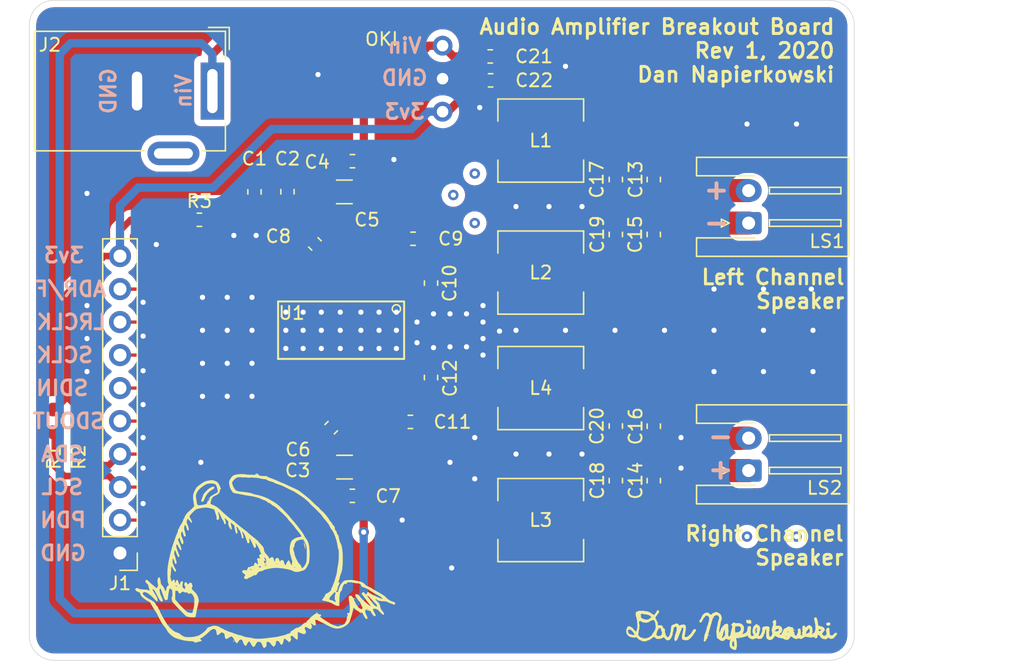
<source format=kicad_pcb>
(kicad_pcb (version 20171130) (host pcbnew "(5.1.4)-1")
  (layers (0 F.Cu signal) (31 B.Cu signal) (34 B.Paste user) (35 F.Paste user) (36 B.SilkS user) (37 F.SilkS user) (38 B.Mask user) (39 F.Mask user) (44 Edge.Cuts user))
  (net 0 "")
  (net 1 GND)
  (net 2 +3V3)
  (net 3 +12V)
  (net 4 "Net-(C6-Pad1)")
  (net 5 "Net-(C8-Pad1)")
  (net 6 "Net-(C9-Pad2)")
  (net 7 "Net-(C9-Pad1)")
  (net 8 "Net-(C10-Pad2)")
  (net 9 "Net-(C10-Pad1)")
  (net 10 "Net-(C11-Pad2)")
  (net 11 "Net-(C11-Pad1)")
  (net 12 "Net-(C12-Pad2)")
  (net 13 "Net-(C12-Pad1)")
  (net 14 "Net-(C13-Pad1)")
  (net 15 "Net-(C14-Pad1)")
  (net 16 "Net-(C15-Pad1)")
  (net 17 "Net-(C16-Pad1)")
  (net 18 ADR_Fault)
  (net 19 I2S_LRCLK)
  (net 20 I2S_SCLK)
  (net 21 I2S_SDIN)
  (net 22 I2S_SDOUT)
  (net 23 I2C_SDA)
  (net 24 I2C_SCL)
  (net 25 PDN)
  (module Capacitor_SMD:C_1206_3216Metric_Pad1.42x1.75mm_HandSolder (layer F.Cu) (at 154.4304 87.7697 180)
    (fp_text reference C5 (at -1.7415 -2.1463) (layer F.SilkS))
    (fp_text value 22uF)
    (pad 2 smd roundrect (at 1.4875 0 180) (size 1.425 1.75) (layers F.Cu F.Paste F.Mask) (roundrect_rratio 0.175439) (net 1 GND))
    (pad 1 smd roundrect (at -1.4875 0 180) (size 1.425 1.75) (layers F.Cu F.Paste F.Mask) (roundrect_rratio 0.175439) (net 3 +12V))
  )
  (module Capacitor_SMD:C_1206_3216Metric_Pad1.42x1.75mm_HandSolder (layer F.Cu) (at 154.4431 108.9533 180)
    (fp_text reference C3 (at 3.6052 -0.254) (layer F.SilkS))
    (fp_text value 22uF)
    (pad 2 smd roundrect (at 1.4875 0 180) (size 1.425 1.75) (layers F.Cu F.Paste F.Mask) (roundrect_rratio 0.175439) (net 1 GND))
    (pad 1 smd roundrect (at -1.4875 0 180) (size 1.425 1.75) (layers F.Cu F.Paste F.Mask) (roundrect_rratio 0.175439) (net 3 +12V))
  )
  (module Connector_BarrelJack:BarrelJack_Wuerth_6941xx301002 (layer F.Cu) (at 144.272 80.01 270)
    (fp_text reference J2 (at -3.556 12.5095 180) (layer F.SilkS))
    (fp_text value "Power Input")
    (pad 1 thru_hole rect (at 0 0 270) (size 4.4 1.8) (drill oval 3.4 0.8) (layers *.Cu *.Mask) (net 3 +12V))
    (pad 2 thru_hole oval (at 0 5.8 270) (size 4 1.8) (drill oval 3 0.8) (layers *.Cu *.Mask) (net 1 GND))
    (pad 3 thru_hole oval (at 4.8 3) (size 4 1.8) (drill oval 3 0.8) (layers *.Cu *.Mask))
  )
  (module MRDT_Devices:OKI_Horizontal (layer F.Cu) (at 161.9885 76.5175 270)
    (fp_text reference U2 hide)
    (fp_text value OKI (at -0.508 4.699 180) (layer F.SilkS))
    (pad 3 thru_hole circle (at 5.08 0 270) (size 1.524 1.524) (drill 0.889) (layers *.Cu *.Mask) (net 2 +3V3))
    (pad 2 thru_hole circle (at 2.54 0 270) (size 1.524 1.524) (drill 0.889) (layers *.Cu *.Mask) (net 1 GND))
    (pad 1 thru_hole circle (at 0 0 270) (size 1.524 1.524) (drill 0.889) (layers *.Cu *.Mask) (net 3 +12V))
  )
  (module Capacitor_SMD:C_0603_1608Metric_Pad1.05x0.95mm_HandSolder (layer F.Cu) (at 165.6855 79.1845)
    (fp_text reference C22 (at 3.3515 0) (layer F.SilkS))
    (fp_text value 10uF)
    (pad 2 smd roundrect (at 0.875 0) (size 1.05 0.95) (layers F.Cu F.Paste F.Mask) (net 1 GND))
    (pad 1 smd roundrect (at -0.875 0) (size 1.05 0.95) (layers F.Cu F.Paste F.Mask) (net 2 +3V3))
  )
  (module Capacitor_SMD:C_0603_1608Metric_Pad1.05x0.95mm_HandSolder (layer F.Cu) (at 165.6575 77.343)
    (fp_text reference C21 (at 3.3655 0) (layer F.SilkS))
    (fp_text value 10uF)
    (pad 2 smd roundrect (at 0.875 0) (size 1.05 0.95) (layers F.Cu F.Paste F.Mask) (net 1 GND))
    (pad 1 smd roundrect (at -0.875 0) (size 1.05 0.95) (layers F.Cu F.Paste F.Mask) (net 3 +12V))
  )
  (module ESP8266:Signature (layer F.Cu) (at 184.15 121.412)
    (fp_text reference G*** hide)
    (fp_text value LOGO hide)
  )
  (module ESP8266:lizard_logo (layer F.Cu) (at 148.1455 114.554 180)
    (fp_text reference G*** hide)
    (fp_text value LOGO hide)
  )
  (module TAS5806M:TAS5806M (layer F.Cu) (at 154.178 98.425 270)
    (fp_text reference U1 (at -1.3335 3.81 180) (layer F.SilkS))
    (fp_text value TAS5806M)
    (pad 39 smd rect (at 0 0 270) (size 2.9 4.7) (layers F.Cu F.Paste F.Mask) (net 1 GND))
    (pad 38 smd rect (at 2.85 -4.5 270) (size 1.1 0.285) (layers F.Cu F.Paste F.Mask) (net 12 "Net-(C12-Pad2)"))
    (pad 37 smd rect (at 2.85 -4 270) (size 1.1 0.285) (layers F.Cu F.Paste F.Mask) (net 13 "Net-(C12-Pad1)"))
    (pad 36 smd rect (at 2.85 -3.5 270) (size 1.1 0.285) (layers F.Cu F.Paste F.Mask) (net 1 GND))
    (pad 35 smd rect (at 2.85 -3 270) (size 1.1 0.285) (layers F.Cu F.Paste F.Mask) (net 10 "Net-(C11-Pad2)"))
    (pad 34 smd rect (at 2.85 -2.5 270) (size 1.1 0.285) (layers F.Cu F.Paste F.Mask) (net 11 "Net-(C11-Pad1)"))
    (pad 33 smd rect (at 2.85 -2 270) (size 1.1 0.285) (layers F.Cu F.Paste F.Mask) (net 3 +12V))
    (pad 32 smd rect (at 2.85 -1.5 270) (size 1.1 0.285) (layers F.Cu F.Paste F.Mask) (net 3 +12V))
    (pad 31 smd rect (at 2.85 -1 270) (size 1.1 0.285) (layers F.Cu F.Paste F.Mask) (net 1 GND))
    (pad 30 smd rect (at 2.85 -0.5 270) (size 1.1 0.285) (layers F.Cu F.Paste F.Mask) (net 4 "Net-(C6-Pad1)"))
    (pad 29 smd rect (at 2.85 0 270) (size 1.1 0.285) (layers F.Cu F.Paste F.Mask) (net 25 PDN))
    (pad 28 smd rect (at 2.85 0.5 270) (size 1.1 0.285) (layers F.Cu F.Paste F.Mask) (net 24 I2C_SCL))
    (pad 27 smd rect (at 2.85 1 270) (size 1.1 0.285) (layers F.Cu F.Paste F.Mask) (net 23 I2C_SDA))
    (pad 26 smd rect (at 2.85 1.5 270) (size 1.1 0.285) (layers F.Cu F.Paste F.Mask) (net 22 I2S_SDOUT))
    (pad 25 smd rect (at 2.85 2 270) (size 1.1 0.285) (layers F.Cu F.Paste F.Mask) (net 1 GND))
    (pad 24 smd rect (at 2.85 2.5 270) (size 1.1 0.285) (layers F.Cu F.Paste F.Mask) (net 1 GND))
    (pad 23 smd rect (at 2.85 3 270) (size 1.1 0.285) (layers F.Cu F.Paste F.Mask) (net 1 GND))
    (pad 22 smd rect (at 2.85 3.5 270) (size 1.1 0.285) (layers F.Cu F.Paste F.Mask) (net 1 GND))
    (pad 21 smd rect (at 2.85 4 270) (size 1.1 0.285) (layers F.Cu F.Paste F.Mask) (net 1 GND))
    (pad 20 smd rect (at 2.85 4.5 270) (size 1.1 0.285) (layers F.Cu F.Paste F.Mask) (net 1 GND))
    (pad 19 smd rect (at -2.85 4.5 270) (size 1.1 0.285) (layers F.Cu F.Paste F.Mask) (net 1 GND))
    (pad 18 smd rect (at -2.85 4 270) (size 1.1 0.285) (layers F.Cu F.Paste F.Mask) (net 1 GND))
    (pad 17 smd rect (at -2.85 3.5 270) (size 1.1 0.285) (layers F.Cu F.Paste F.Mask) (net 1 GND))
    (pad 16 smd rect (at -2.85 3 270) (size 1.1 0.285) (layers F.Cu F.Paste F.Mask) (net 1 GND))
    (pad 15 smd rect (at -2.85 2.5 270) (size 1.1 0.285) (layers F.Cu F.Paste F.Mask) (net 21 I2S_SDIN))
    (pad 14 smd rect (at -2.85 2 270) (size 1.1 0.285) (layers F.Cu F.Paste F.Mask) (net 20 I2S_SCLK))
    (pad 13 smd rect (at -2.85 1.5 270) (size 1.1 0.285) (layers F.Cu F.Paste F.Mask) (net 19 I2S_LRCLK))
    (pad 12 smd rect (at -2.85 1 270) (size 1.1 0.285) (layers F.Cu F.Paste F.Mask) (net 1 GND))
    (pad 11 smd rect (at -2.85 0.5 270) (size 1.1 0.285) (layers F.Cu F.Paste F.Mask) (net 5 "Net-(C8-Pad1)"))
    (pad 10 smd rect (at -2.85 0 270) (size 1.1 0.285) (layers F.Cu F.Paste F.Mask) (net 18 ADR_Fault))
    (pad 9 smd rect (at -2.85 -0.5 270) (size 1.1 0.285) (layers F.Cu F.Paste F.Mask) (net 2 +3V3))
    (pad 8 smd rect (at -2.85 -1 270) (size 1.1 0.285) (layers F.Cu F.Paste F.Mask) (net 1 GND))
    (pad 7 smd rect (at -2.85 -1.5 270) (size 1.1 0.285) (layers F.Cu F.Paste F.Mask) (net 3 +12V))
    (pad 6 smd rect (at -2.85 -2 270) (size 1.1 0.285) (layers F.Cu F.Paste F.Mask) (net 3 +12V))
    (pad 5 smd rect (at -2.85 -2.5 270) (size 1.1 0.285) (layers F.Cu F.Paste F.Mask) (net 7 "Net-(C9-Pad1)"))
    (pad 4 smd rect (at -2.85 -3 270) (size 1.1 0.285) (layers F.Cu F.Paste F.Mask) (net 6 "Net-(C9-Pad2)"))
    (pad 3 smd rect (at -2.85 -3.5 270) (size 1.1 0.285) (layers F.Cu F.Paste F.Mask) (net 1 GND))
    (pad 2 smd rect (at -2.85 -4 270) (size 1.1 0.285) (layers F.Cu F.Paste F.Mask) (net 9 "Net-(C10-Pad1)"))
    (pad 1 smd rect (at -2.85 -4.5 270) (size 1.1 0.285) (layers F.Cu F.Paste F.Mask) (net 8 "Net-(C10-Pad2)"))
  )
  (module Capacitor_SMD:C_0603_1608Metric_Pad1.05x0.95mm_HandSolder (layer F.Cu) (at 147.5105 87.771 90)
    (fp_text reference C1 (at 2.554 0 180) (layer F.SilkS))
    (fp_text value 4.7uF)
    (pad 2 smd roundrect (at 0.875 0 90) (size 1.05 0.95) (layers F.Cu F.Paste F.Mask) (net 1 GND))
    (pad 1 smd roundrect (at -0.875 0 90) (size 1.05 0.95) (layers F.Cu F.Paste F.Mask) (net 2 +3V3))
  )
  (module Resistor_SMD:R_0603_1608Metric_Pad1.05x0.95mm_HandSolder (layer F.Cu) (at 143.27 89.916)
    (fp_text reference R3 (at 0 -1.43) (layer F.SilkS))
    (fp_text value 4.7k)
    (pad 2 smd roundrect (at 0.875 0) (size 1.05 0.95) (layers F.Cu F.Paste F.Mask) (net 18 ADR_Fault))
    (pad 1 smd roundrect (at -0.875 0) (size 1.05 0.95) (layers F.Cu F.Paste F.Mask) (net 2 +3V3))
  )
  (module Resistor_SMD:R_0603_1608Metric_Pad1.05x0.95mm_HandSolder (layer F.Cu) (at 134.0485 105.41 270)
    (fp_text reference R2 (at 2.78 0.0635 90) (layer F.SilkS))
    (fp_text value 4.7k)
    (pad 2 smd roundrect (at 0.875 0 270) (size 1.05 0.95) (layers F.Cu F.Paste F.Mask) (net 23 I2C_SDA))
    (pad 1 smd roundrect (at -0.875 0 270) (size 1.05 0.95) (layers F.Cu F.Paste F.Mask) (net 2 +3V3))
  )
  (module Resistor_SMD:R_0603_1608Metric_Pad1.05x0.95mm_HandSolder (layer F.Cu) (at 132.1435 105.396 270)
    (fp_text reference R1 (at 2.794 0.0635 90) (layer F.SilkS))
    (fp_text value 4.7k)
    (pad 2 smd roundrect (at 0.875 0 270) (size 1.05 0.95) (layers F.Cu F.Paste F.Mask) (net 24 I2C_SCL))
    (pad 1 smd roundrect (at -0.875 0 270) (size 1.05 0.95) (layers F.Cu F.Paste F.Mask) (net 2 +3V3))
  )
  (module Connector_JST:JST_XH_S2B-XH-A-1_1x02_P2.50mm_Horizontal (layer F.Cu) (at 185.547 109.22 90)
    (fp_text reference LS2 (at -1.3335 5.842 180) (layer F.SilkS))
    (fp_text value Speaker)
    (pad 2 thru_hole oval (at 2.5 0 90) (size 1.7 2) (drill 1) (layers *.Cu *.Mask) (net 17 "Net-(C16-Pad1)"))
    (pad 1 thru_hole roundrect (at 0 0 90) (size 1.7 2) (drill 1) (layers *.Cu *.Mask) (roundrect_rratio 0.147059) (net 15 "Net-(C14-Pad1)"))
  )
  (module Connector_JST:JST_XH_S2B-XH-A-1_1x02_P2.50mm_Horizontal (layer F.Cu) (at 185.547 90.17 90)
    (fp_text reference LS1 (at -1.397 6.0325 180) (layer F.SilkS))
    (fp_text value Speaker)
    (pad 2 thru_hole oval (at 2.5 0 90) (size 1.7 2) (drill 1) (layers *.Cu *.Mask) (net 14 "Net-(C13-Pad1)"))
    (pad 1 thru_hole roundrect (at 0 0 90) (size 1.7 2) (drill 1) (layers *.Cu *.Mask) (roundrect_rratio 0.147059) (net 16 "Net-(C15-Pad1)"))
  )
  (module Inductor_SMD:L_6.3x6.3_H3 (layer F.Cu) (at 169.545 102.87)
    (fp_text reference L4 (at 0 0) (layer F.SilkS))
    (fp_text value 4.7uH)
    (pad 2 smd rect (at 2.75 0) (size 1.5 2.4) (layers F.Cu F.Paste F.Mask) (net 17 "Net-(C16-Pad1)"))
    (pad 1 smd rect (at -2.75 0) (size 1.5 2.4) (layers F.Cu F.Paste F.Mask) (net 13 "Net-(C12-Pad1)"))
  )
  (module Inductor_SMD:L_6.3x6.3_H3 (layer F.Cu) (at 169.545 113.03)
    (fp_text reference L3 (at 0 0) (layer F.SilkS))
    (fp_text value 4.7uH)
    (pad 2 smd rect (at 2.75 0) (size 1.5 2.4) (layers F.Cu F.Paste F.Mask) (net 15 "Net-(C14-Pad1)"))
    (pad 1 smd rect (at -2.75 0) (size 1.5 2.4) (layers F.Cu F.Paste F.Mask) (net 11 "Net-(C11-Pad1)"))
  )
  (module Inductor_SMD:L_6.3x6.3_H3 (layer F.Cu) (at 169.545 93.98)
    (fp_text reference L2 (at 0 0) (layer F.SilkS))
    (fp_text value 4.7uH)
    (pad 2 smd rect (at 2.75 0) (size 1.5 2.4) (layers F.Cu F.Paste F.Mask) (net 16 "Net-(C15-Pad1)"))
    (pad 1 smd rect (at -2.75 0) (size 1.5 2.4) (layers F.Cu F.Paste F.Mask) (net 9 "Net-(C10-Pad1)"))
  )
  (module Inductor_SMD:L_6.3x6.3_H3 (layer F.Cu) (at 169.545 83.82)
    (fp_text reference L1 (at 0 0) (layer F.SilkS))
    (fp_text value 4.7uH)
    (pad 2 smd rect (at 2.75 0) (size 1.5 2.4) (layers F.Cu F.Paste F.Mask) (net 14 "Net-(C13-Pad1)"))
    (pad 1 smd rect (at -2.75 0) (size 1.5 2.4) (layers F.Cu F.Paste F.Mask) (net 7 "Net-(C9-Pad1)"))
  )
  (module Connector_PinHeader_2.54mm:PinHeader_1x10_P2.54mm_Vertical (layer F.Cu) (at 137.16 115.57 180)
    (fp_text reference J1 (at 0 -2.33) (layer F.SilkS))
    (fp_text value Headers)
    (pad 10 thru_hole oval (at 0 22.86 180) (size 1.7 1.7) (drill 1) (layers *.Cu *.Mask) (net 2 +3V3))
    (pad 9 thru_hole oval (at 0 20.32 180) (size 1.7 1.7) (drill 1) (layers *.Cu *.Mask) (net 18 ADR_Fault))
    (pad 8 thru_hole oval (at 0 17.78 180) (size 1.7 1.7) (drill 1) (layers *.Cu *.Mask) (net 19 I2S_LRCLK))
    (pad 7 thru_hole oval (at 0 15.24 180) (size 1.7 1.7) (drill 1) (layers *.Cu *.Mask) (net 20 I2S_SCLK))
    (pad 6 thru_hole oval (at 0 12.7 180) (size 1.7 1.7) (drill 1) (layers *.Cu *.Mask) (net 21 I2S_SDIN))
    (pad 5 thru_hole oval (at 0 10.16 180) (size 1.7 1.7) (drill 1) (layers *.Cu *.Mask) (net 22 I2S_SDOUT))
    (pad 4 thru_hole oval (at 0 7.62 180) (size 1.7 1.7) (drill 1) (layers *.Cu *.Mask) (net 23 I2C_SDA))
    (pad 3 thru_hole oval (at 0 5.08 180) (size 1.7 1.7) (drill 1) (layers *.Cu *.Mask) (net 24 I2C_SCL))
    (pad 2 thru_hole oval (at 0 2.54 180) (size 1.7 1.7) (drill 1) (layers *.Cu *.Mask) (net 25 PDN))
    (pad 1 thru_hole rect (at 0 0 180) (size 1.7 1.7) (drill 1) (layers *.Cu *.Mask) (net 1 GND))
  )
  (module Capacitor_SMD:C_0603_1608Metric_Pad1.05x0.95mm_HandSolder (layer F.Cu) (at 175.3235 105.791 270)
    (fp_text reference C20 (at 0 1.4605 90) (layer F.SilkS))
    (fp_text value 1000pF)
    (pad 2 smd roundrect (at 0.875 0 270) (size 1.05 0.95) (layers F.Cu F.Paste F.Mask) (net 1 GND))
    (pad 1 smd roundrect (at -0.875 0 270) (size 1.05 0.95) (layers F.Cu F.Paste F.Mask) (net 17 "Net-(C16-Pad1)"))
  )
  (module Capacitor_SMD:C_0603_1608Metric_Pad1.05x0.95mm_HandSolder (layer F.Cu) (at 175.3235 91.045 90)
    (fp_text reference C19 (at 0 -1.43 90) (layer F.SilkS))
    (fp_text value 1000pF)
    (pad 2 smd roundrect (at 0.875 0 90) (size 1.05 0.95) (layers F.Cu F.Paste F.Mask) (net 1 GND))
    (pad 1 smd roundrect (at -0.875 0 90) (size 1.05 0.95) (layers F.Cu F.Paste F.Mask) (net 16 "Net-(C15-Pad1)"))
  )
  (module Capacitor_SMD:C_0603_1608Metric_Pad1.05x0.95mm_HandSolder (layer F.Cu) (at 175.3235 109.996 90)
    (fp_text reference C18 (at 0 -1.43 90) (layer F.SilkS))
    (fp_text value 1000pF)
    (pad 2 smd roundrect (at 0.875 0 90) (size 1.05 0.95) (layers F.Cu F.Paste F.Mask) (net 1 GND))
    (pad 1 smd roundrect (at -0.875 0 90) (size 1.05 0.95) (layers F.Cu F.Paste F.Mask) (net 15 "Net-(C14-Pad1)"))
  )
  (module Capacitor_SMD:C_0603_1608Metric_Pad1.05x0.95mm_HandSolder (layer F.Cu) (at 175.3235 86.8185 270)
    (fp_text reference C17 (at 0 1.4605 90) (layer F.SilkS))
    (fp_text value 1000pF)
    (pad 2 smd roundrect (at 0.875 0 270) (size 1.05 0.95) (layers F.Cu F.Paste F.Mask) (net 1 GND))
    (pad 1 smd roundrect (at -0.875 0 270) (size 1.05 0.95) (layers F.Cu F.Paste F.Mask) (net 14 "Net-(C13-Pad1)"))
  )
  (module Capacitor_SMD:C_0603_1608Metric_Pad1.05x0.95mm_HandSolder (layer F.Cu) (at 178.2445 105.805 270)
    (fp_text reference C16 (at 0 1.397 90) (layer F.SilkS))
    (fp_text value 0.68uF)
    (pad 2 smd roundrect (at 0.875 0 270) (size 1.05 0.95) (layers F.Cu F.Paste F.Mask) (net 1 GND))
    (pad 1 smd roundrect (at -0.875 0 270) (size 1.05 0.95) (layers F.Cu F.Paste F.Mask) (net 17 "Net-(C16-Pad1)"))
  )
  (module Capacitor_SMD:C_0603_1608Metric_Pad1.05x0.95mm_HandSolder (layer F.Cu) (at 178.2445 91.045 90)
    (fp_text reference C15 (at 0 -1.43 90) (layer F.SilkS))
    (fp_text value 0.68uF)
    (pad 2 smd roundrect (at 0.875 0 90) (size 1.05 0.95) (layers F.Cu F.Paste F.Mask) (net 1 GND))
    (pad 1 smd roundrect (at -0.875 0 90) (size 1.05 0.95) (layers F.Cu F.Paste F.Mask) (net 16 "Net-(C15-Pad1)"))
  )
  (module Capacitor_SMD:C_0603_1608Metric_Pad1.05x0.95mm_HandSolder (layer F.Cu) (at 178.2445 109.996 90)
    (fp_text reference C14 (at 0 -1.397 90) (layer F.SilkS))
    (fp_text value 0.68uF)
    (pad 2 smd roundrect (at 0.875 0 90) (size 1.05 0.95) (layers F.Cu F.Paste F.Mask) (net 1 GND))
    (pad 1 smd roundrect (at -0.875 0 90) (size 1.05 0.95) (layers F.Cu F.Paste F.Mask) (net 15 "Net-(C14-Pad1)"))
  )
  (module Capacitor_SMD:C_0603_1608Metric_Pad1.05x0.95mm_HandSolder (layer F.Cu) (at 178.2445 86.8185 270)
    (fp_text reference C13 (at 0 1.397 90) (layer F.SilkS))
    (fp_text value 0.68uF)
    (pad 2 smd roundrect (at 0.875 0 270) (size 1.05 0.95) (layers F.Cu F.Paste F.Mask) (net 1 GND))
    (pad 1 smd roundrect (at -0.875 0 270) (size 1.05 0.95) (layers F.Cu F.Paste F.Mask) (net 14 "Net-(C13-Pad1)"))
  )
  (module Capacitor_SMD:C_0603_1608Metric_Pad1.05x0.95mm_HandSolder (layer F.Cu) (at 161.0995 102.0585 90)
    (fp_text reference C12 (at -0.0495 1.4605 90) (layer F.SilkS))
    (fp_text value 0.22uF)
    (pad 2 smd roundrect (at 0.875 0 90) (size 1.05 0.95) (layers F.Cu F.Paste F.Mask) (net 12 "Net-(C12-Pad2)"))
    (pad 1 smd roundrect (at -0.875 0 90) (size 1.05 0.95) (layers F.Cu F.Paste F.Mask) (net 13 "Net-(C12-Pad1)"))
  )
  (module Capacitor_SMD:C_0603_1608Metric_Pad1.05x0.95mm_HandSolder (layer F.Cu) (at 159.512 105.4735)
    (fp_text reference C11 (at 3.2385 0) (layer F.SilkS))
    (fp_text value 0.22uF)
    (pad 2 smd roundrect (at 0.875 0) (size 1.05 0.95) (layers F.Cu F.Paste F.Mask) (net 10 "Net-(C11-Pad2)"))
    (pad 1 smd roundrect (at -0.875 0) (size 1.05 0.95) (layers F.Cu F.Paste F.Mask) (net 11 "Net-(C11-Pad1)"))
  )
  (module Capacitor_SMD:C_0603_1608Metric_Pad1.05x0.95mm_HandSolder (layer F.Cu) (at 161.0995 94.7915 270)
    (fp_text reference C10 (at 0 -1.43 90) (layer F.SilkS))
    (fp_text value 0.22uF)
    (pad 2 smd roundrect (at 0.875 0 270) (size 1.05 0.95) (layers F.Cu F.Paste F.Mask) (net 8 "Net-(C10-Pad2)"))
    (pad 1 smd roundrect (at -0.875 0 270) (size 1.05 0.95) (layers F.Cu F.Paste F.Mask) (net 9 "Net-(C10-Pad1)"))
  )
  (module Capacitor_SMD:C_0603_1608Metric_Pad1.05x0.95mm_HandSolder (layer F.Cu) (at 159.7165 91.3765)
    (fp_text reference C9 (at 2.907 0) (layer F.SilkS))
    (fp_text value 0.22uF)
    (pad 2 smd roundrect (at 0.875 0) (size 1.05 0.95) (layers F.Cu F.Paste F.Mask) (net 6 "Net-(C9-Pad2)"))
    (pad 1 smd roundrect (at -0.875 0) (size 1.05 0.95) (layers F.Cu F.Paste F.Mask) (net 7 "Net-(C9-Pad1)"))
  )
  (module Capacitor_SMD:C_0603_1608Metric_Pad1.05x0.95mm_HandSolder (layer F.Cu) (at 152.162282 91.773782 135)
    (fp_text reference C8 (at 2.402794 -1.571545 180) (layer F.SilkS))
    (fp_text value 1uF)
    (pad 2 smd roundrect (at 0.875 0 135) (size 1.05 0.95) (layers F.Cu F.Paste F.Mask) (net 1 GND))
    (pad 1 smd roundrect (at -0.875 0 135) (size 1.05 0.95) (layers F.Cu F.Paste F.Mask) (net 5 "Net-(C8-Pad1)"))
  )
  (module Capacitor_SMD:C_0603_1608Metric_Pad1.05x0.95mm_HandSolder (layer F.Cu) (at 155.0429 111.1631 180)
    (fp_text reference C7 (at -2.7546 -0.0254) (layer F.SilkS))
    (fp_text value 0.1uF)
    (pad 2 smd roundrect (at 0.875 0 180) (size 1.05 0.95) (layers F.Cu F.Paste F.Mask) (net 1 GND))
    (pad 1 smd roundrect (at -0.875 0 180) (size 1.05 0.95) (layers F.Cu F.Paste F.Mask) (net 3 +12V))
  )
  (module Capacitor_SMD:C_0603_1608Metric_Pad1.05x0.95mm_HandSolder (layer F.Cu) (at 153.416 105.918 45)
    (fp_text reference C6 (at -2.999406 -0.610657) (layer F.SilkS))
    (fp_text value 1uF)
    (pad 2 smd roundrect (at 0.875 0 45) (size 1.05 0.95) (layers F.Cu F.Paste F.Mask) (net 1 GND))
    (pad 1 smd roundrect (at -0.875 0 45) (size 1.05 0.95) (layers F.Cu F.Paste F.Mask) (net 4 "Net-(C6-Pad1)"))
  )
  (module Capacitor_SMD:C_0603_1608Metric_Pad1.05x0.95mm_HandSolder (layer F.Cu) (at 155.053 85.4075 180)
    (fp_text reference C4 (at 2.7165 -0.0635) (layer F.SilkS))
    (fp_text value 0.1uF)
    (pad 2 smd roundrect (at 0.875 0 180) (size 1.05 0.95) (layers F.Cu F.Paste F.Mask) (net 1 GND))
    (pad 1 smd roundrect (at -0.875 0 180) (size 1.05 0.95) (layers F.Cu F.Paste F.Mask) (net 3 +12V))
  )
  (module Capacitor_SMD:C_0603_1608Metric_Pad1.05x0.95mm_HandSolder (layer F.Cu) (at 150.0505 87.757 90)
    (fp_text reference C2 (at 2.54 0 180) (layer F.SilkS))
    (fp_text value 0.1uF)
    (pad 2 smd roundrect (at 0.875 0 90) (size 1.05 0.95) (layers F.Cu F.Paste F.Mask) (net 1 GND))
    (pad 1 smd roundrect (at -0.875 0 90) (size 1.05 0.95) (layers F.Cu F.Paste F.Mask) (net 2 +3V3))
  )
  (gr_text - (at 183.388 106.553) (layer B.SilkS) (effects (font (size 1.5 1.5) (thickness 0.3)) (justify mirror)))
  (gr_text + (at 183.388 109.093) (layer B.SilkS) (effects (font (size 1.5 1.5) (thickness 0.3)) (justify mirror)))
  (gr_text - (at 183.0705 90.1065) (layer B.SilkS) (effects (font (size 1.5 1.5) (thickness 0.3)) (justify mirror)))
  (gr_text + (at 183.0705 87.5665) (layer B.SilkS) (effects (font (size 1.5 1.5) (thickness 0.3)) (justify mirror)))
  (gr_text 3v3 (at 159.0675 81.5975) (layer B.SilkS) (effects (font (size 1.143 1.143) (thickness 0.2286)) (justify mirror)))
  (gr_text GND (at 159.0675 78.994) (layer B.SilkS) (effects (font (size 1.143 1.143) (thickness 0.2286)) (justify mirror)))
  (gr_text Vin (at 159.0675 76.5175) (layer B.SilkS) (effects (font (size 1.143 1.143) (thickness 0.2286)) (justify mirror)))
  (gr_text Vin (at 142.0495 80.01 90) (layer B.SilkS) (effects (font (size 1.143 1.143) (thickness 0.2286)) (justify mirror)))
  (gr_text GND (at 136.271 80.01 90) (layer B.SilkS) (effects (font (size 1.143 1.143) (thickness 0.2286)) (justify mirror)))
  (gr_arc (start 132.08 121.92) (end 130.175 121.92) (angle -90) (layer Edge.Cuts) (width 0.05))
  (gr_arc (start 191.77 121.92) (end 191.77 123.825) (angle -90) (layer Edge.Cuts) (width 0.05))
  (gr_arc (start 191.77 74.93) (end 193.675 74.93) (angle -90) (layer Edge.Cuts) (width 0.05))
  (gr_arc (start 132.08 74.93) (end 132.08 73.025) (angle -90) (layer Edge.Cuts) (width 0.05))
  (gr_text GND (at 132.7785 115.57) (layer B.SilkS) (effects (font (size 1.143 1.143) (thickness 0.2286)) (justify mirror)))
  (gr_text PDN (at 132.7785 113.03) (layer B.SilkS) (effects (font (size 1.143 1.143) (thickness 0.2286)) (justify mirror)))
  (gr_text SCL (at 132.715 110.49) (layer B.SilkS) (effects (font (size 1.143 1.143) (thickness 0.2286)) (justify mirror)))
  (gr_text SDA (at 132.715 107.95) (layer B.SilkS) (effects (font (size 1.143 1.143) (thickness 0.2286)) (justify mirror)))
  (gr_text SDOUT (at 133.223 105.41) (layer B.SilkS) (effects (font (size 1.143 1.143) (thickness 0.2286)) (justify mirror)))
  (gr_text SDIN (at 132.715 102.87) (layer B.SilkS) (effects (font (size 1.143 1.143) (thickness 0.2286)) (justify mirror)))
  (gr_text SCLK (at 132.9055 100.33) (layer B.SilkS) (effects (font (size 1.143 1.143) (thickness 0.2286)) (justify mirror)))
  (gr_text LRCLK (at 133.4135 97.79) (layer B.SilkS) (effects (font (size 1.143 1.143) (thickness 0.2286)) (justify mirror)))
  (gr_text ADR/F (at 133.35 95.25) (layer B.SilkS) (effects (font (size 1.143 1.143) (thickness 0.2286)) (justify mirror)))
  (gr_text 3v3 (at 132.842 92.6465) (layer B.SilkS) (effects (font (size 1.143 1.143) (thickness 0.2286)) (justify mirror)))
  (gr_text "Right Channel\nSpeaker" (at 192.9765 114.9985) (layer F.SilkS) (effects (font (size 1.143 1.143) (thickness 0.2286)) (justify right)))
  (gr_text "Left Channel\nSpeaker" (at 193.04 95.25) (layer F.SilkS) (effects (font (size 1.143 1.143) (thickness 0.2286)) (justify right)))
  (gr_text "Audio Amplifier Breakout Board\nRev 1, 2020\nDan Napierkowski" (at 192.278 76.8985) (layer F.SilkS) (effects (font (size 1.143 1.143) (thickness 0.2286)) (justify right)))
  (gr_line (start 193.675 121.92) (end 193.675 74.93) (layer Edge.Cuts) (width 0.05))
  (gr_line (start 132.08 123.825) (end 191.77 123.825) (layer Edge.Cuts) (width 0.05))
  (gr_line (start 130.175 74.93) (end 130.175 121.92) (layer Edge.Cuts) (width 0.05))
  (gr_line (start 191.77 73.025) (end 132.08 73.025) (layer Edge.Cuts) (width 0.05))
  (via (at 164.465 86.36) (size 0.8) (drill 0.4) (layers F.Cu B.Cu) (net 0))
  (via (at 162.814 88.011) (size 0.8) (drill 0.4) (layers F.Cu B.Cu) (net 0))
  (via (at 164.465 90.17) (size 0.8) (drill 0.4) (layers F.Cu B.Cu) (net 0))
  (via (at 185.42 114.3) (size 0.8) (drill 0.4) (layers F.Cu B.Cu) (net 0))
  (via (at 189.23 114.3) (size 0.8) (drill 0.4) (layers F.Cu B.Cu) (net 0))
  (via (at 158.4325 99.822) (size 0.8) (drill 0.4) (layers F.Cu B.Cu) (net 1))
  (via (at 157.099 99.822) (size 0.8) (drill 0.4) (layers F.Cu B.Cu) (net 1))
  (via (at 157.099 97.028) (size 0.8) (drill 0.4) (layers F.Cu B.Cu) (net 1))
  (via (at 155.702 98.425) (size 0.8) (drill 0.4) (layers F.Cu B.Cu) (net 1))
  (via (at 155.702 99.822) (size 0.8) (drill 0.4) (layers F.Cu B.Cu) (net 1))
  (via (at 158.4325 98.425) (size 0.8) (drill 0.4) (layers F.Cu B.Cu) (net 1))
  (via (at 155.702 97.028) (size 0.8) (drill 0.4) (layers F.Cu B.Cu) (net 1))
  (via (at 157.099 98.425) (size 0.8) (drill 0.4) (layers F.Cu B.Cu) (net 1))
  (via (at 158.4325 97.028) (size 0.8) (drill 0.4) (layers F.Cu B.Cu) (net 1))
  (via (at 154.1145 98.425) (size 0.8) (drill 0.4) (layers F.Cu B.Cu) (net 1))
  (via (at 154.1145 99.822) (size 0.8) (drill 0.4) (layers F.Cu B.Cu) (net 1))
  (via (at 152.654 98.425) (size 0.8) (drill 0.4) (layers F.Cu B.Cu) (net 1))
  (via (at 154.1145 97.028) (size 0.8) (drill 0.4) (layers F.Cu B.Cu) (net 1))
  (via (at 152.654 97.028) (size 0.8) (drill 0.4) (layers F.Cu B.Cu) (net 1))
  (via (at 152.654 99.822) (size 0.8) (drill 0.4) (layers F.Cu B.Cu) (net 1))
  (via (at 138.938 98.8695) (size 0.8) (drill 0.4) (layers F.Cu B.Cu) (net 1))
  (via (at 138.938 101.5365) (size 0.8) (drill 0.4) (layers F.Cu B.Cu) (net 1))
  (via (at 138.938 96.266) (size 0.8) (drill 0.4) (layers F.Cu B.Cu) (net 1))
  (segment (start 153.178 95.575) (end 153.178 94.36577) (width 0.25) (layer F.Cu) (net 1))
  (segment (start 151.390978 91.11715) (end 151.390978 91.369522) (width 0.25) (layer F.Cu) (net 1))
  (segment (start 153.178 94.36577) (end 152.330991 93.518761) (width 0.25) (layer F.Cu) (net 1))
  (segment (start 152.330991 93.518761) (end 151.511 92.69877) (width 0.25) (layer F.Cu) (net 1))
  (segment (start 151.511 92.69877) (end 151.511 92.075) (width 0.25) (layer F.Cu) (net 1))
  (via (at 147.6375 91.1225) (size 0.8) (drill 0.4) (layers F.Cu B.Cu) (net 1))
  (via (at 145.923 91.1225) (size 0.8) (drill 0.4) (layers F.Cu B.Cu) (net 1))
  (via (at 139.954 91.821) (size 0.8) (drill 0.4) (layers F.Cu B.Cu) (net 1))
  (via (at 134.62 99.06) (size 0.8) (drill 0.4) (layers F.Cu B.Cu) (net 1))
  (via (at 134.62 101.6) (size 0.8) (drill 0.4) (layers F.Cu B.Cu) (net 1))
  (via (at 134.62 96.52) (size 0.8) (drill 0.4) (layers F.Cu B.Cu) (net 1))
  (via (at 138.938 104.14) (size 0.8) (drill 0.4) (layers F.Cu B.Cu) (net 1))
  (via (at 138.938 106.68) (size 0.8) (drill 0.4) (layers F.Cu B.Cu) (net 1))
  (via (at 138.938 109.0295) (size 0.8) (drill 0.4) (layers F.Cu B.Cu) (net 1))
  (segment (start 151.178 95.575) (end 150.678 95.575) (width 0.25) (layer F.Cu) (net 1))
  (segment (start 150.678 95.575) (end 149.678 95.575) (width 0.25) (layer F.Cu) (net 1))
  (segment (start 152.178 101.275) (end 151.678 101.275) (width 0.25) (layer F.Cu) (net 1))
  (segment (start 151.678 101.275) (end 149.678 101.275) (width 0.25) (layer F.Cu) (net 1))
  (segment (start 155.178 95.575) (end 155.178 93.107) (width 0.25) (layer F.Cu) (net 1))
  (via (at 138.938 111.76) (size 0.8) (drill 0.4) (layers F.Cu B.Cu) (net 1))
  (segment (start 157.678 100.475) (end 157.6705 100.4675) (width 0.25) (layer F.Cu) (net 1))
  (segment (start 157.678 101.275) (end 157.678 100.475) (width 0.25) (layer F.Cu) (net 1))
  (segment (start 157.6705 100.4675) (end 157.6705 99.949) (width 0.25) (layer F.Cu) (net 1))
  (segment (start 155.178 103.2477) (end 155.178 101.275) (width 0.25) (layer F.Cu) (net 1))
  (segment (start 155.1813 103.251) (end 155.178 103.2477) (width 0.25) (layer F.Cu) (net 1))
  (segment (start 154.476659 103.955641) (end 155.1813 103.251) (width 0.25) (layer F.Cu) (net 1))
  (segment (start 154.034718 105.299282) (end 154.476659 104.857341) (width 0.25) (layer F.Cu) (net 1))
  (segment (start 154.476659 104.857341) (end 154.476659 103.955641) (width 0.25) (layer F.Cu) (net 1))
  (segment (start 157.678 95.575) (end 157.678 96.83) (width 0.25) (layer F.Cu) (net 1))
  (segment (start 155.178 93.107) (end 155.178 92.059) (width 0.25) (layer F.Cu) (net 1))
  (segment (start 155.178 92.059) (end 155.178 91.17) (width 0.25) (layer F.Cu) (net 1))
  (segment (start 155.178 91.17) (end 155.178 91.043) (width 0.25) (layer F.Cu) (net 1))
  (segment (start 155.178 91.043) (end 154.686 90.551) (width 0.25) (layer F.Cu) (net 1))
  (via (at 149.9235 97.028) (size 0.8) (drill 0.4) (layers F.Cu B.Cu) (net 1))
  (via (at 149.9235 98.425) (size 0.8) (drill 0.4) (layers F.Cu B.Cu) (net 1))
  (via (at 149.9235 99.822) (size 0.8) (drill 0.4) (layers F.Cu B.Cu) (net 1))
  (via (at 151.257 97.028) (size 0.8) (drill 0.4) (layers F.Cu B.Cu) (net 1))
  (via (at 151.257 98.425) (size 0.8) (drill 0.4) (layers F.Cu B.Cu) (net 1))
  (via (at 151.257 99.822) (size 0.8) (drill 0.4) (layers F.Cu B.Cu) (net 1))
  (via (at 165.1 96.52) (size 0.8) (drill 0.4) (layers F.Cu B.Cu) (net 1))
  (via (at 165.1 97.79) (size 0.8) (drill 0.4) (layers F.Cu B.Cu) (net 1))
  (via (at 165.1 99.06) (size 0.8) (drill 0.4) (layers F.Cu B.Cu) (net 1))
  (via (at 165.1 100.33) (size 0.8) (drill 0.4) (layers F.Cu B.Cu) (net 1))
  (via (at 163.83 97.155) (size 0.8) (drill 0.4) (layers F.Cu B.Cu) (net 1))
  (via (at 163.83 99.695) (size 0.8) (drill 0.4) (layers F.Cu B.Cu) (net 1))
  (via (at 162.56 97.155) (size 0.8) (drill 0.4) (layers F.Cu B.Cu) (net 1))
  (via (at 162.56 99.695) (size 0.8) (drill 0.4) (layers F.Cu B.Cu) (net 1))
  (via (at 161.29 99.7585) (size 0.8) (drill 0.4) (layers F.Cu B.Cu) (net 1))
  (via (at 161.29 97.155) (size 0.8) (drill 0.4) (layers F.Cu B.Cu) (net 1))
  (via (at 160.02 99.3775) (size 0.8) (drill 0.4) (layers F.Cu B.Cu) (net 1))
  (via (at 160.02 97.79) (size 0.8) (drill 0.4) (layers F.Cu B.Cu) (net 1))
  (via (at 143.51 95.885) (size 0.8) (drill 0.4) (layers F.Cu B.Cu) (net 1))
  (via (at 145.415 95.885) (size 0.8) (drill 0.4) (layers F.Cu B.Cu) (net 1))
  (via (at 147.32 95.885) (size 0.8) (drill 0.4) (layers F.Cu B.Cu) (net 1))
  (via (at 143.51 98.425) (size 0.8) (drill 0.4) (layers F.Cu B.Cu) (net 1))
  (via (at 145.415 98.425) (size 0.8) (drill 0.4) (layers F.Cu B.Cu) (net 1))
  (via (at 147.32 98.425) (size 0.8) (drill 0.4) (layers F.Cu B.Cu) (net 1))
  (via (at 143.51 100.965) (size 0.8) (drill 0.4) (layers F.Cu B.Cu) (net 1))
  (via (at 145.415 100.965) (size 0.8) (drill 0.4) (layers F.Cu B.Cu) (net 1))
  (via (at 147.32 100.965) (size 0.8) (drill 0.4) (layers F.Cu B.Cu) (net 1))
  (via (at 143.51 103.505) (size 0.8) (drill 0.4) (layers F.Cu B.Cu) (net 1))
  (via (at 145.415 103.505) (size 0.8) (drill 0.4) (layers F.Cu B.Cu) (net 1))
  (via (at 147.32 103.505) (size 0.8) (drill 0.4) (layers F.Cu B.Cu) (net 1))
  (via (at 180.34 106.68) (size 0.8) (drill 0.4) (layers F.Cu B.Cu) (net 1))
  (via (at 180.34 109.0295) (size 0.8) (drill 0.4) (layers F.Cu B.Cu) (net 1))
  (via (at 162.56 108.585) (size 0.8) (drill 0.4) (layers F.Cu B.Cu) (net 1))
  (via (at 164.465 109.855) (size 0.8) (drill 0.4) (layers F.Cu B.Cu) (net 1))
  (via (at 164.465 106.68) (size 0.8) (drill 0.4) (layers F.Cu B.Cu) (net 1))
  (via (at 166.37 98.4885) (size 0.8) (drill 0.4) (layers F.Cu B.Cu) (net 1))
  (via (at 167.64 98.425) (size 0.8) (drill 0.4) (layers F.Cu B.Cu) (net 1))
  (via (at 171.45 98.425) (size 0.8) (drill 0.4) (layers F.Cu B.Cu) (net 1))
  (via (at 158.242 85.2805) (size 0.8) (drill 0.4) (layers F.Cu B.Cu) (net 1))
  (via (at 175.26 98.425) (size 0.8) (drill 0.4) (layers F.Cu B.Cu) (net 1))
  (via (at 179.07 98.425) (size 0.8) (drill 0.4) (layers F.Cu B.Cu) (net 1))
  (via (at 182.88 98.425) (size 0.8) (drill 0.4) (layers F.Cu B.Cu) (net 1))
  (via (at 186.69 98.425) (size 0.8) (drill 0.4) (layers F.Cu B.Cu) (net 1))
  (via (at 190.5 98.425) (size 0.8) (drill 0.4) (layers F.Cu B.Cu) (net 1))
  (via (at 167.64 107.95) (size 0.8) (drill 0.4) (layers F.Cu B.Cu) (net 1))
  (via (at 170.18 107.95) (size 0.8) (drill 0.4) (layers F.Cu B.Cu) (net 1))
  (via (at 172.72 107.95) (size 0.8) (drill 0.4) (layers F.Cu B.Cu) (net 1))
  (via (at 167.64 88.9) (size 0.8) (drill 0.4) (layers F.Cu B.Cu) (net 1))
  (via (at 170.18 88.9) (size 0.8) (drill 0.4) (layers F.Cu B.Cu) (net 1))
  (via (at 172.72 88.9) (size 0.8) (drill 0.4) (layers F.Cu B.Cu) (net 1))
  (via (at 164.846 81.28) (size 0.8) (drill 0.4) (layers F.Cu B.Cu) (net 1))
  (via (at 182.88 101.6) (size 0.8) (drill 0.4) (layers F.Cu B.Cu) (net 1))
  (via (at 186.69 101.6) (size 0.8) (drill 0.4) (layers F.Cu B.Cu) (net 1))
  (via (at 190.5 101.6) (size 0.8) (drill 0.4) (layers F.Cu B.Cu) (net 1))
  (via (at 182.88 95.25) (size 0.8) (drill 0.4) (layers F.Cu B.Cu) (net 1))
  (via (at 186.69 95.25) (size 0.8) (drill 0.4) (layers F.Cu B.Cu) (net 1))
  (via (at 190.373 95.25) (size 0.8) (drill 0.4) (layers F.Cu B.Cu) (net 1))
  (via (at 185.42 82.55) (size 0.8) (drill 0.4) (layers F.Cu B.Cu) (net 1))
  (via (at 189.23 82.55) (size 0.8) (drill 0.4) (layers F.Cu B.Cu) (net 1))
  (via (at 158.877 113.03) (size 0.8) (drill 0.4) (layers F.Cu B.Cu) (net 1))
  (via (at 162.687 116.713) (size 0.8) (drill 0.4) (layers F.Cu B.Cu) (net 1))
  (via (at 143.383 108.585) (size 0.8) (drill 0.4) (layers F.Cu B.Cu) (net 1))
  (via (at 134.62 87.884) (size 0.8) (drill 0.4) (layers F.Cu B.Cu) (net 1))
  (via (at 152.4 78.74) (size 0.8) (drill 0.4) (layers F.Cu B.Cu) (net 1))
  (via (at 171.45 78.105) (size 0.8) (drill 0.4) (layers F.Cu B.Cu) (net 1))
  (segment (start 137.16 92.71) (end 137.16 90.7415) (width 0.508) (layer F.Cu) (net 2))
  (segment (start 137.16 90.7415) (end 137.9855 89.916) (width 0.508) (layer F.Cu) (net 2))
  (segment (start 137.9855 89.916) (end 142.395 89.916) (width 0.508) (layer F.Cu) (net 2))
  (segment (start 154.678 91.6225) (end 154.678 95.575) (width 0.25) (layer F.Cu) (net 2))
  (segment (start 142.395 89.916) (end 142.395 89.341) (width 0.25) (layer F.Cu) (net 2))
  (segment (start 142.395 89.341) (end 143.09 88.646) (width 0.25) (layer F.Cu) (net 2))
  (segment (start 143.09 88.646) (end 145.3515 88.646) (width 0.25) (layer F.Cu) (net 2))
  (segment (start 145.3515 88.646) (end 145.9865 89.281) (width 0.25) (layer F.Cu) (net 2))
  (segment (start 152.3365 89.281) (end 154.678 91.6225) (width 0.25) (layer F.Cu) (net 2))
  (segment (start 137.16 92.71) (end 135.957919 92.71) (width 0.508) (layer F.Cu) (net 2))
  (segment (start 135.957919 92.71) (end 134.0485 94.619419) (width 0.508) (layer F.Cu) (net 2))
  (segment (start 134.0485 94.619419) (end 134.044081 94.619419) (width 0.508) (layer F.Cu) (net 2))
  (segment (start 134.044081 94.619419) (end 133.096 95.5675) (width 0.508) (layer F.Cu) (net 2))
  (segment (start 133.096 103.5685) (end 132.1435 104.521) (width 0.508) (layer F.Cu) (net 2))
  (segment (start 133.096 95.5675) (end 133.096 103.5685) (width 0.508) (layer F.Cu) (net 2))
  (segment (start 133.549428 104.021928) (end 133.096 103.5685) (width 0.508) (layer F.Cu) (net 2))
  (segment (start 134.0485 104.535) (end 133.549428 104.035928) (width 0.508) (layer F.Cu) (net 2))
  (segment (start 133.549428 104.035928) (end 133.549428 104.021928) (width 0.508) (layer F.Cu) (net 2))
  (segment (start 147.5105 89.271) (end 147.5105 89.281) (width 0.25) (layer F.Cu) (net 2))
  (segment (start 147.5105 88.646) (end 147.5105 89.271) (width 0.25) (layer F.Cu) (net 2))
  (segment (start 150.0505 89.257) (end 150.0505 89.281) (width 0.25) (layer F.Cu) (net 2))
  (segment (start 150.0505 88.632) (end 150.0505 89.257) (width 0.25) (layer F.Cu) (net 2))
  (segment (start 150.0505 88.632) (end 150.0505 88.646) (width 0.25) (layer F.Cu) (net 2))
  (segment (start 149.606 89.0905) (end 149.606 89.281) (width 0.25) (layer F.Cu) (net 2))
  (segment (start 150.0505 88.646) (end 149.606 89.0905) (width 0.25) (layer F.Cu) (net 2))
  (segment (start 148.971 89.281) (end 149.606 89.281) (width 0.25) (layer F.Cu) (net 2))
  (segment (start 149.606 89.281) (end 150.0505 89.281) (width 0.25) (layer F.Cu) (net 2))
  (segment (start 150.495 89.0905) (end 150.495 89.281) (width 0.25) (layer F.Cu) (net 2))
  (segment (start 150.0505 88.646) (end 150.495 89.0905) (width 0.25) (layer F.Cu) (net 2))
  (segment (start 150.0505 89.281) (end 150.495 89.281) (width 0.25) (layer F.Cu) (net 2))
  (segment (start 150.495 89.281) (end 152.3365 89.281) (width 0.25) (layer F.Cu) (net 2))
  (segment (start 147.5105 88.646) (end 147.3835 88.646) (width 0.25) (layer F.Cu) (net 2))
  (segment (start 147.5105 88.646) (end 147.447 88.646) (width 0.25) (layer F.Cu) (net 2))
  (segment (start 145.9865 89.281) (end 147.066 89.281) (width 0.25) (layer F.Cu) (net 2))
  (segment (start 147.066 89.281) (end 147.5105 89.281) (width 0.25) (layer F.Cu) (net 2))
  (segment (start 147.5105 88.646) (end 148.0185 89.154) (width 0.25) (layer F.Cu) (net 2))
  (segment (start 148.0185 89.154) (end 148.0185 89.281) (width 0.25) (layer F.Cu) (net 2))
  (segment (start 147.5105 89.281) (end 148.0185 89.281) (width 0.25) (layer F.Cu) (net 2))
  (segment (start 148.0185 89.281) (end 148.971 89.281) (width 0.25) (layer F.Cu) (net 2))
  (segment (start 147.011428 89.226428) (end 147.066 89.281) (width 0.25) (layer F.Cu) (net 2))
  (segment (start 147.5105 88.646) (end 147.011428 89.145072) (width 0.25) (layer F.Cu) (net 2))
  (segment (start 147.011428 89.145072) (end 147.011428 89.226428) (width 0.25) (layer F.Cu) (net 2))
  (segment (start 160.91087 81.5975) (end 159.57737 82.931) (width 0.635) (layer B.Cu) (net 2))
  (segment (start 161.9885 81.5975) (end 160.91087 81.5975) (width 0.635) (layer B.Cu) (net 2))
  (segment (start 159.57737 82.931) (end 148.844 82.931) (width 0.635) (layer B.Cu) (net 2))
  (segment (start 148.844 82.931) (end 144.3355 87.4395) (width 0.635) (layer B.Cu) (net 2))
  (segment (start 144.3355 87.4395) (end 138.557 87.4395) (width 0.635) (layer B.Cu) (net 2))
  (segment (start 137.16 88.8365) (end 137.16 92.71) (width 0.635) (layer B.Cu) (net 2))
  (segment (start 138.557 87.4395) (end 137.16 88.8365) (width 0.635) (layer B.Cu) (net 2))
  (segment (start 162.3975 81.5975) (end 164.8105 79.1845) (width 0.635) (layer F.Cu) (net 2))
  (segment (start 161.9885 81.5975) (end 162.3975 81.5975) (width 0.635) (layer F.Cu) (net 2))
  (segment (start 155.9306 101.0539) (end 155.9306 102.1715) (width 0.635) (layer F.Cu) (net 3))
  (segment (start 155.9306 102.1715) (end 155.9179 102.1842) (width 0.635) (layer F.Cu) (net 3))
  (segment (start 155.9306 95.7834) (end 155.9306 92.3163) (width 0.635) (layer F.Cu) (net 3))
  (segment (start 155.9306 92.3163) (end 155.928 92.3137) (width 0.635) (layer F.Cu) (net 3))
  (segment (start 155.928 77.2515) (end 155.928 84.0105) (width 0.635) (layer F.Cu) (net 3))
  (segment (start 154.94 76.2635) (end 155.928 77.2515) (width 0.635) (layer F.Cu) (net 3))
  (segment (start 132.5245 84.6455) (end 132.5245 119.0625) (width 0.635) (layer B.Cu) (net 3))
  (segment (start 132.5245 119.0625) (end 133.6675 120.2055) (width 0.635) (layer B.Cu) (net 3))
  (segment (start 155.9179 111.1631) (end 155.9179 113.9571) (width 0.635) (layer F.Cu) (net 3))
  (segment (start 155.9179 113.9571) (end 155.9179 113.9571) (width 0.635) (layer F.Cu) (net 3))
  (via (at 155.9179 113.9571) (size 0.8) (drill 0.4) (layers F.Cu B.Cu) (net 3))
  (segment (start 155.9179 118.7831) (end 154.4955 120.2055) (width 0.635) (layer B.Cu) (net 3))
  (segment (start 155.9179 113.9571) (end 155.9179 118.7831) (width 0.635) (layer B.Cu) (net 3))
  (segment (start 133.6675 120.2055) (end 154.4955 120.2055) (width 0.635) (layer B.Cu) (net 3))
  (segment (start 160.17687 77.2515) (end 155.928 77.2515) (width 0.635) (layer F.Cu) (net 3))
  (segment (start 161.9885 76.5175) (end 160.91087 76.5175) (width 0.635) (layer F.Cu) (net 3))
  (segment (start 160.91087 76.5175) (end 160.17687 77.2515) (width 0.635) (layer F.Cu) (net 3))
  (segment (start 162.814 77.343) (end 161.9885 76.5175) (width 0.635) (layer F.Cu) (net 3))
  (segment (start 164.7825 77.343) (end 162.814 77.343) (width 0.635) (layer F.Cu) (net 3))
  (segment (start 145.1835 76.2635) (end 154.94 76.2635) (width 0.635) (layer F.Cu) (net 3))
  (segment (start 144.272 80.01) (end 144.272 77.175) (width 0.635) (layer F.Cu) (net 3))
  (segment (start 144.272 77.175) (end 145.1835 76.2635) (width 0.635) (layer F.Cu) (net 3))
  (segment (start 144.272 77.175) (end 143.424 76.327) (width 0.635) (layer B.Cu) (net 3))
  (segment (start 144.272 80.01) (end 144.272 77.175) (width 0.635) (layer B.Cu) (net 3))
  (segment (start 143.424 76.327) (end 133.35 76.327) (width 0.635) (layer B.Cu) (net 3))
  (segment (start 132.5245 77.1525) (end 132.5245 84.6455) (width 0.635) (layer B.Cu) (net 3))
  (segment (start 133.35 76.327) (end 132.5245 77.1525) (width 0.635) (layer B.Cu) (net 3))
  (segment (start 155.928 84.0105) (end 155.928 85.4075) (width 0.635) (layer F.Cu) (net 3))
  (segment (start 155.9306 102.1715) (end 155.9306 107.3684) (width 0.635) (layer F.Cu) (net 3))
  (segment (start 155.9306 107.3684) (end 155.9306 108.9533) (width 0.635) (layer F.Cu) (net 3))
  (segment (start 155.9306 111.1504) (end 155.9179 111.1631) (width 0.635) (layer F.Cu) (net 3))
  (segment (start 155.9306 108.9533) (end 155.9306 111.1504) (width 0.635) (layer F.Cu) (net 3))
  (segment (start 155.9306 92.3163) (end 155.9306 89.5477) (width 0.635) (layer F.Cu) (net 3))
  (segment (start 155.9179 85.4176) (end 155.928 85.4075) (width 0.635) (layer F.Cu) (net 3))
  (segment (start 155.9179 87.7697) (end 155.9179 85.4176) (width 0.635) (layer F.Cu) (net 3))
  (segment (start 155.9306 88.7574) (end 155.9306 89.5477) (width 0.635) (layer F.Cu) (net 3))
  (segment (start 155.9179 87.7697) (end 155.9179 88.7447) (width 0.635) (layer F.Cu) (net 3))
  (segment (start 155.9179 88.7447) (end 155.9306 88.7574) (width 0.635) (layer F.Cu) (net 3))
  (segment (start 152.797282 104.501358) (end 152.797282 106.536718) (width 0.25) (layer F.Cu) (net 4))
  (segment (start 154.678 101.275) (end 154.678 102.62064) (width 0.25) (layer F.Cu) (net 4))
  (segment (start 154.678 102.62064) (end 152.797282 104.501358) (width 0.25) (layer F.Cu) (net 4))
  (segment (start 153.678 94.22936) (end 153.628009 94.179369) (width 0.25) (layer F.Cu) (net 5))
  (segment (start 153.678 95.575) (end 153.678 94.22936) (width 0.25) (layer F.Cu) (net 5))
  (segment (start 152.781 93.33236) (end 153.678 94.22936) (width 0.25) (layer F.Cu) (net 5))
  (segment (start 152.781 92.3925) (end 152.781 93.33236) (width 0.25) (layer F.Cu) (net 5))
  (segment (start 157.178 94.775) (end 159.4335 92.5195) (width 0.25) (layer F.Cu) (net 6))
  (segment (start 157.178 95.575) (end 157.178 94.775) (width 0.25) (layer F.Cu) (net 6))
  (segment (start 159.4485 92.5195) (end 160.5915 91.3765) (width 0.25) (layer F.Cu) (net 6))
  (segment (start 159.4335 92.5195) (end 159.4485 92.5195) (width 0.25) (layer F.Cu) (net 6))
  (segment (start 157.353 91.3765) (end 158.8415 91.3765) (width 0.25) (layer F.Cu) (net 7))
  (segment (start 156.678 95.575) (end 156.678 92.0515) (width 0.25) (layer F.Cu) (net 7))
  (segment (start 156.678 92.0515) (end 157.353 91.3765) (width 0.25) (layer F.Cu) (net 7))
  (segment (start 158.8415 92.2375) (end 158.8415 91.3765) (width 0.25) (layer F.Cu) (net 7))
  (segment (start 156.678 95.575) (end 156.678 94.401) (width 0.25) (layer F.Cu) (net 7))
  (segment (start 156.678 94.401) (end 158.8415 92.2375) (width 0.25) (layer F.Cu) (net 7))
  (segment (start 156.678 93.54) (end 158.8415 91.3765) (width 0.25) (layer F.Cu) (net 7))
  (segment (start 156.678 95.575) (end 156.678 93.54) (width 0.25) (layer F.Cu) (net 7))
  (segment (start 160.600428 95.167428) (end 161.0995 95.6665) (width 0.25) (layer F.Cu) (net 8))
  (segment (start 159.086572 95.167428) (end 160.600428 95.167428) (width 0.25) (layer F.Cu) (net 8))
  (segment (start 158.678 95.575) (end 158.679 95.575) (width 0.25) (layer F.Cu) (net 8))
  (segment (start 158.679 95.575) (end 159.086572 95.167428) (width 0.25) (layer F.Cu) (net 8))
  (segment (start 158.178 94.775) (end 158.9095 94.0435) (width 0.25) (layer F.Cu) (net 9))
  (segment (start 158.178 95.575) (end 158.178 94.775) (width 0.25) (layer F.Cu) (net 9))
  (segment (start 157.178 102.2645) (end 157.178 101.275) (width 0.25) (layer F.Cu) (net 10))
  (segment (start 159.887928 104.974428) (end 159.887928 104.960428) (width 0.25) (layer F.Cu) (net 10))
  (segment (start 160.387 105.4735) (end 159.887928 104.974428) (width 0.25) (layer F.Cu) (net 10))
  (segment (start 157.192 102.2645) (end 157.178 102.2645) (width 0.25) (layer F.Cu) (net 10))
  (segment (start 159.887928 104.960428) (end 157.192 102.2645) (width 0.25) (layer F.Cu) (net 10))
  (segment (start 156.678 101.275) (end 156.678 102.83) (width 0.25) (layer F.Cu) (net 11))
  (segment (start 156.678 103.5145) (end 158.637 105.4735) (width 0.25) (layer F.Cu) (net 11))
  (segment (start 156.678 102.83) (end 156.678 103.5145) (width 0.25) (layer F.Cu) (net 11))
  (segment (start 156.678 103.5145) (end 156.678 104.8874) (width 0.25) (layer F.Cu) (net 11))
  (segment (start 157.2641 105.4735) (end 158.637 105.4735) (width 0.25) (layer F.Cu) (net 11))
  (segment (start 156.678 104.8874) (end 157.2641 105.4735) (width 0.25) (layer F.Cu) (net 11))
  (segment (start 158.637 104.5858) (end 158.637 105.4735) (width 0.25) (layer F.Cu) (net 11))
  (segment (start 156.678 101.275) (end 156.678 102.6268) (width 0.25) (layer F.Cu) (net 11))
  (segment (start 156.678 102.6268) (end 158.637 104.5858) (width 0.25) (layer F.Cu) (net 11))
  (segment (start 159.023072 101.682572) (end 158.678 101.3375) (width 0.25) (layer F.Cu) (net 12))
  (segment (start 161.0995 101.1835) (end 160.600428 101.682572) (width 0.25) (layer F.Cu) (net 12))
  (segment (start 158.678 101.3375) (end 158.678 101.275) (width 0.25) (layer F.Cu) (net 12))
  (segment (start 160.600428 101.682572) (end 159.023072 101.682572) (width 0.25) (layer F.Cu) (net 12))
  (segment (start 158.178 102.075) (end 158.973 102.87) (width 0.25) (layer F.Cu) (net 13))
  (segment (start 158.178 101.275) (end 158.178 102.075) (width 0.25) (layer F.Cu) (net 13))
  (segment (start 185.547 87.67) (end 183.221 87.67) (width 1.778) (layer F.Cu) (net 14))
  (segment (start 183.221 87.67) (end 180.641 85.09) (width 1.778) (layer F.Cu) (net 14))
  (segment (start 179.5145 113.03) (end 183.3245 109.22) (width 1.778) (layer F.Cu) (net 15))
  (segment (start 185.547 109.22) (end 183.3245 109.22) (width 1.778) (layer F.Cu) (net 15))
  (segment (start 185.547 90.17) (end 183.3245 90.17) (width 1.778) (layer F.Cu) (net 16))
  (segment (start 183.3245 90.17) (end 180.5305 92.964) (width 1.778) (layer F.Cu) (net 16))
  (segment (start 184.872 106.72) (end 184.8485 106.7435) (width 1.778) (layer F.Cu) (net 17))
  (segment (start 185.547 106.72) (end 184.872 106.72) (width 1.778) (layer F.Cu) (net 17))
  (segment (start 184.8485 106.7435) (end 183.388 106.7435) (width 1.778) (layer F.Cu) (net 17))
  (segment (start 183.388 106.7435) (end 179.3875 102.743) (width 1.778) (layer F.Cu) (net 17))
  (segment (start 140.3098 94.5132) (end 142.24 92.583) (width 0.25) (layer F.Cu) (net 19))
  (segment (start 137.16 95.25) (end 138.362081 95.25) (width 0.25) (layer F.Cu) (net 18))
  (segment (start 154.178 94.775) (end 154.178 95.575) (width 0.25) (layer F.Cu) (net 18))
  (segment (start 154.178 91.8845) (end 154.178 94.775) (width 0.25) (layer F.Cu) (net 18))
  (segment (start 152.146 89.8525) (end 154.178 91.8845) (width 0.25) (layer F.Cu) (net 18))
  (segment (start 144.33409 89.8525) (end 152.146 89.8525) (width 0.25) (layer F.Cu) (net 18))
  (segment (start 137.16 95.25) (end 138.93659 95.25) (width 0.25) (layer F.Cu) (net 18))
  (segment (start 138.93659 95.25) (end 144.33409 89.8525) (width 0.25) (layer F.Cu) (net 18))
  (segment (start 152.678 94.50218) (end 150.7478 92.57198) (width 0.25) (layer F.Cu) (net 19))
  (segment (start 152.678 95.575) (end 152.678 94.50218) (width 0.25) (layer F.Cu) (net 19))
  (segment (start 150.7478 92.57198) (end 142.25102 92.57198) (width 0.25) (layer F.Cu) (net 19))
  (segment (start 140.3098 94.5132) (end 140.3098 96.6087) (width 0.25) (layer F.Cu) (net 19))
  (segment (start 139.1285 97.79) (end 137.16 97.79) (width 0.25) (layer F.Cu) (net 19))
  (segment (start 140.3098 96.6087) (end 139.1285 97.79) (width 0.25) (layer F.Cu) (net 19))
  (segment (start 152.178 94.63859) (end 152.178 95.575) (width 0.25) (layer F.Cu) (net 20))
  (segment (start 137.16 100.33) (end 139.065 100.33) (width 0.25) (layer F.Cu) (net 20))
  (segment (start 140.75981 98.63519) (end 140.75981 94.6996) (width 0.25) (layer F.Cu) (net 20))
  (segment (start 139.065 100.33) (end 140.75981 98.63519) (width 0.25) (layer F.Cu) (net 20))
  (segment (start 140.75981 94.6996) (end 142.43742 93.02199) (width 0.25) (layer F.Cu) (net 20))
  (segment (start 142.43742 93.02199) (end 150.5614 93.02199) (width 0.25) (layer F.Cu) (net 20))
  (segment (start 150.5614 93.02199) (end 152.178 94.63859) (width 0.25) (layer F.Cu) (net 20))
  (segment (start 151.678 94.775) (end 151.678 95.575) (width 0.25) (layer F.Cu) (net 21))
  (segment (start 150.375 93.472) (end 151.678 94.775) (width 0.25) (layer F.Cu) (net 21))
  (segment (start 142.62382 93.472) (end 150.375 93.472) (width 0.25) (layer F.Cu) (net 21))
  (segment (start 141.224 94.87182) (end 142.62382 93.472) (width 0.25) (layer F.Cu) (net 21))
  (segment (start 139.065 102.87) (end 141.224 100.711) (width 0.25) (layer F.Cu) (net 21))
  (segment (start 137.16 102.87) (end 139.065 102.87) (width 0.25) (layer F.Cu) (net 21))
  (segment (start 141.224 100.711) (end 141.224 94.87182) (width 0.25) (layer F.Cu) (net 21))
  (segment (start 152.678 101.275) (end 152.678 102.075) (width 0.25) (layer F.Cu) (net 22))
  (segment (start 152.678 102.075) (end 149.343 105.41) (width 0.25) (layer F.Cu) (net 22))
  (segment (start 137.16 105.41) (end 149.343 105.41) (width 0.25) (layer F.Cu) (net 22))
  (segment (start 134.0485 107.95) (end 134.0485 107.95) (width 0.508) (layer F.Cu) (net 23))
  (segment (start 134.0485 106.91) (end 134.0485 106.285) (width 0.508) (layer F.Cu) (net 23))
  (segment (start 134.0485 108.331) (end 134.0485 106.91) (width 0.508) (layer F.Cu) (net 23))
  (segment (start 134.517499 108.799999) (end 134.0485 108.331) (width 0.508) (layer F.Cu) (net 23))
  (segment (start 137.16 107.95) (end 136.310001 108.799999) (width 0.508) (layer F.Cu) (net 23))
  (segment (start 136.310001 108.799999) (end 134.517499 108.799999) (width 0.508) (layer F.Cu) (net 23))
  (segment (start 149.5294 105.86001) (end 141.59949 105.86001) (width 0.25) (layer F.Cu) (net 23))
  (segment (start 153.178 101.275) (end 153.178 102.21141) (width 0.25) (layer F.Cu) (net 23))
  (segment (start 153.178 102.21141) (end 149.5294 105.86001) (width 0.25) (layer F.Cu) (net 23))
  (segment (start 141.59949 105.86001) (end 141.33588 106.12362) (width 0.25) (layer F.Cu) (net 23))
  (segment (start 141.33588 106.12362) (end 139.5095 107.95) (width 0.25) (layer F.Cu) (net 23))
  (segment (start 139.5095 107.95) (end 138.1125 107.95) (width 0.25) (layer F.Cu) (net 23))
  (segment (start 138.1125 107.95) (end 137.16 107.95) (width 0.25) (layer F.Cu) (net 23))
  (segment (start 132.881001 109.640001) (end 132.1435 108.9025) (width 0.508) (layer F.Cu) (net 24))
  (segment (start 137.16 110.49) (end 136.310001 109.640001) (width 0.508) (layer F.Cu) (net 24))
  (segment (start 136.310001 109.640001) (end 132.881001 109.640001) (width 0.508) (layer F.Cu) (net 24))
  (segment (start 132.1435 106.271) (end 132.1435 108.9025) (width 0.508) (layer F.Cu) (net 24))
  (segment (start 153.678 102.34782) (end 149.7158 106.31002) (width 0.25) (layer F.Cu) (net 24))
  (segment (start 153.678 101.275) (end 153.678 102.34782) (width 0.25) (layer F.Cu) (net 24))
  (segment (start 149.7158 106.31002) (end 141.78589 106.31002) (width 0.25) (layer F.Cu) (net 24))
  (segment (start 140.240455 109.695545) (end 140.240455 107.855455) (width 0.25) (layer F.Cu) (net 24))
  (segment (start 139.446 110.49) (end 140.240455 109.695545) (width 0.25) (layer F.Cu) (net 24))
  (segment (start 137.16 110.49) (end 139.446 110.49) (width 0.25) (layer F.Cu) (net 24))
  (segment (start 141.78589 106.31002) (end 140.240455 107.855455) (width 0.25) (layer F.Cu) (net 24))
  (segment (start 154.178 102.075) (end 154.178 101.275) (width 0.25) (layer F.Cu) (net 25))
  (segment (start 154.178 102.48423) (end 154.178 102.075) (width 0.25) (layer F.Cu) (net 25))
  (segment (start 139.1285 113.03) (end 140.716 111.4425) (width 0.25) (layer F.Cu) (net 25))
  (segment (start 137.16 113.03) (end 139.1285 113.03) (width 0.25) (layer F.Cu) (net 25))
  (segment (start 140.716 111.4425) (end 140.716 108.01632) (width 0.25) (layer F.Cu) (net 25))
  (segment (start 141.97229 106.76003) (end 149.902201 106.760029) (width 0.25) (layer F.Cu) (net 25))
  (segment (start 140.716 108.01632) (end 141.97229 106.76003) (width 0.25) (layer F.Cu) (net 25))
  (segment (start 149.902201 106.760029) (end 154.178 102.48423) (width 0.25) (layer F.Cu) (net 25))
  (zone (net 1) (net_name GND) (layer F.Cu) (connect_pads yes (clearance 0.508)) (min_thickness 0.254) (fill yes (arc_segments 32) (thermal_gap 0.508) (thermal_bridge_width 0.508))
    (polygon (pts (xy 130.175 73.025) (xy 193.675 73.025) (xy 193.675 123.825) (xy 130.175 123.825)))
  )
  (zone (net 1) (net_name GND) (layer B.Cu) (connect_pads yes (clearance 0.508)) (min_thickness 0.254) (fill yes (arc_segments 32) (thermal_gap 0.508) (thermal_bridge_width 0.508))
    (polygon (pts (xy 130.175 73.025) (xy 193.675 73.025) (xy 193.675 123.825) (xy 130.175 123.825)))
  )
  (zone (net 15) (net_name "Net-(C14-Pad1)") (layer F.Cu) (priority 1) (connect_pads yes (clearance 0.508)) (min_thickness 0.254) (fill yes (arc_segments 32) (thermal_gap 0.508) (thermal_bridge_width 0.508))
    (polygon (pts (xy 180.213 113.6015) (xy 178.2445 115.57) (xy 171.323 115.57) (xy 171.323001 110.2995) (xy 183.4515 110.2995)))
  )
  (zone (net 17) (net_name "Net-(C16-Pad1)") (layer F.Cu) (priority 1) (connect_pads yes (clearance 0.508)) (min_thickness 0.254) (fill yes (arc_segments 32) (thermal_gap 0.508) (thermal_bridge_width 0.508))
    (polygon (pts (xy 180.128568 102.1715) (xy 178.160068 100.203) (xy 171.238568 100.203) (xy 171.238569 105.4735) (xy 183.367068 105.4735)))
  )
  (zone (net 13) (net_name "Net-(C12-Pad1)") (layer F.Cu) (priority 1) (connect_pads yes (clearance 0.508)) (min_thickness 0.254) (fill yes (arc_segments 32) (thermal_gap 0.508) (thermal_bridge_width 0.508))
    (polygon (pts (xy 158.5595 102.235) (xy 162.2425 102.235) (xy 163.3855 101.727) (xy 164.0205 101.473) (xy 167.767 101.473) (xy 167.767 104.267) (xy 160.401 104.267) (xy 160.147 104.267) (xy 158.115 102.235)))
  )
  (zone (net 9) (net_name "Net-(C10-Pad1)") (layer F.Cu) (priority 1) (connect_pads yes (clearance 0.508)) (min_thickness 0.254) (fill yes (arc_segments 32) (thermal_gap 0.508) (thermal_bridge_width 0.508))
    (polygon (pts (xy 158.496 94.615) (xy 162.2425 94.615) (xy 163.3855 95.123) (xy 164.0205 95.377) (xy 167.767 95.377) (xy 167.767 92.583) (xy 160.401 92.583) (xy 160.147 92.583) (xy 158.115 94.615)))
  )
  (zone (net 11) (net_name "Net-(C11-Pad1)") (layer F.Cu) (priority 1) (connect_pads yes (clearance 0.508)) (min_thickness 0.254) (fill yes (arc_segments 32) (thermal_gap 0.508) (thermal_bridge_width 0.508))
    (polygon (pts (xy 156.5275 102.108) (xy 159.512 105.0925) (xy 159.512 107.823) (xy 163.322 111.633) (xy 166.37 111.633) (xy 167.767 111.633) (xy 167.767 114.427) (xy 163.322 114.427) (xy 157.9245 109.0295) (xy 157.9245 106.299) (xy 156.591 104.9655) (xy 156.5275 104.902) (xy 156.5275 102.616)))
  )
  (zone (net 7) (net_name "Net-(C9-Pad1)") (layer F.Cu) (priority 1) (connect_pads yes (clearance 0.508)) (min_thickness 0.254) (fill yes (arc_segments 32) (thermal_gap 0.508) (thermal_bridge_width 0.508))
    (polygon (pts (xy 156.5275 94.742) (xy 159.512 91.7575) (xy 159.512 89.027) (xy 163.322 85.217) (xy 166.37 85.217) (xy 167.767 85.217) (xy 167.767 82.423) (xy 163.322 82.423) (xy 157.9245 87.8205) (xy 157.9245 90.551) (xy 156.591 91.8845) (xy 156.5275 91.948) (xy 156.5275 94.234)))
  )
  (zone (net 14) (net_name "Net-(C13-Pad1)") (layer F.Cu) (priority 1) (connect_pads yes (clearance 0.508)) (min_thickness 0.254) (fill yes (arc_segments 32) (thermal_gap 0.508) (thermal_bridge_width 0.508))
    (polygon (pts (xy 180.05425 83.185) (xy 178.160068 81.2165) (xy 171.238568 81.2165) (xy 171.238569 86.487) (xy 183.29275 86.487)))
  )
  (zone (net 16) (net_name "Net-(C15-Pad1)") (layer F.Cu) (priority 1) (connect_pads yes (clearance 0.508)) (min_thickness 0.254) (fill yes (arc_segments 32) (thermal_gap 0.508) (thermal_bridge_width 0.508))
    (polygon (pts (xy 180.154806 94.6785) (xy 178.186306 96.647) (xy 171.264806 96.647) (xy 171.264807 91.3765) (xy 183.393306 91.3765)))
  )
)
</source>
